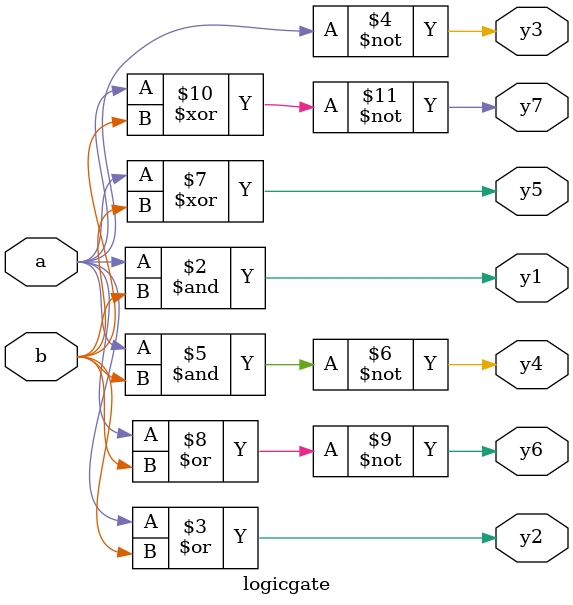
<source format=v>
module logicgate(output reg y1, y2, y3, y4, y5, y6, y7, input a, b);

  always @ *
  begin
    y1 = a & b;//and gate output 1 if both inputs are 1 else 0
    y2 = a | b;// or gate output 1 if any one of the input is 1
    y3 = ~a;// not gate output is 0 if input is 1 and vice-versa
    y4 = ~(a & b);// nand gate complementary of and gate
    y5 = a ^ b;//xorgate output is 0 if both inputs are 0 or 1
    y6 = ~(a | b);//nor gate performs complementary operation of or gate 
    y7 = ~(a ^ b);//xnor gate performs compleemtary operation of xor gate 
  end
endmodule

</source>
